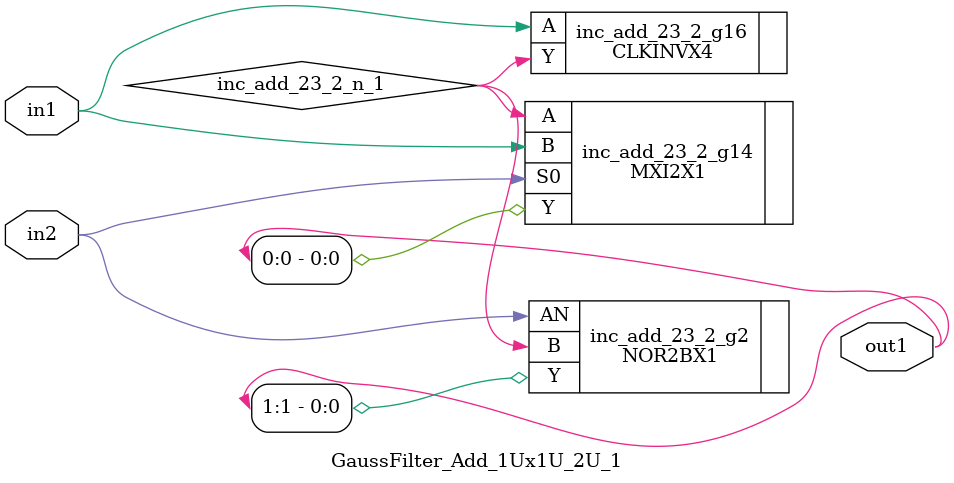
<source format=v>
`timescale 1ps / 1ps


module GaussFilter_Add_1Ux1U_2U_1(in2, in1, out1);
  input in2, in1;
  output [1:0] out1;
  wire in2, in1;
  wire [1:0] out1;
  wire inc_add_23_2_n_1;
  MXI2X1 inc_add_23_2_g14(.A (inc_add_23_2_n_1), .B (in1), .S0 (in2),
       .Y (out1[0]));
  CLKINVX4 inc_add_23_2_g16(.A (in1), .Y (inc_add_23_2_n_1));
  NOR2BX1 inc_add_23_2_g2(.AN (in2), .B (inc_add_23_2_n_1), .Y
       (out1[1]));
endmodule



</source>
